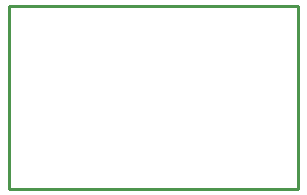
<source format=gm1>
G04 Layer_Color=16711935*
%FSLAX25Y25*%
%MOIN*%
G70*
G01*
G75*
%ADD20C,0.01000*%
D20*
X110236Y494095D02*
X206693D01*
Y433071D02*
Y494095D01*
X110236Y433071D02*
X206693D01*
X110236D02*
Y494095D01*
M02*

</source>
